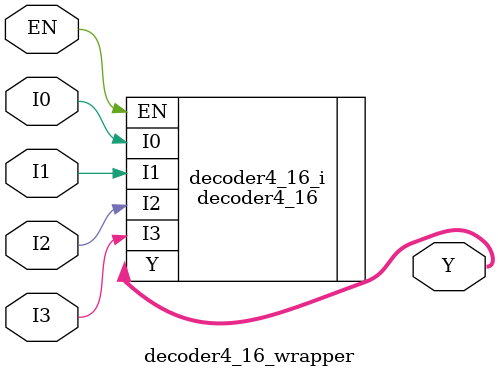
<source format=v>
`timescale 1 ps / 1 ps

module decoder4_16_wrapper
   (EN,
    I0,
    I1,
    I2,
    I3,
    Y);
  input EN;
  input I0;
  input I1;
  input I2;
  input I3;
  output [15:0]Y;

  wire EN;
  wire I0;
  wire I1;
  wire I2;
  wire I3;
  wire [15:0]Y;

  decoder4_16 decoder4_16_i
       (.EN(EN),
        .I0(I0),
        .I1(I1),
        .I2(I2),
        .I3(I3),
        .Y(Y));
endmodule

</source>
